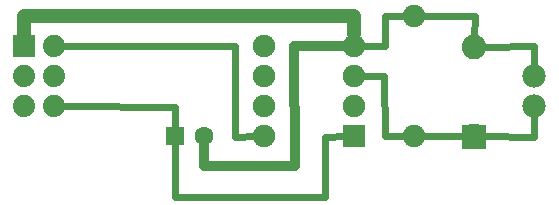
<source format=gtl>
G04 MADE WITH FRITZING*
G04 WWW.FRITZING.ORG*
G04 DOUBLE SIDED*
G04 HOLES PLATED*
G04 CONTOUR ON CENTER OF CONTOUR VECTOR*
%ASAXBY*%
%FSLAX23Y23*%
%MOIN*%
%OFA0B0*%
%SFA1.0B1.0*%
%ADD10C,0.075000*%
%ADD11C,0.082000*%
%ADD12C,0.062992*%
%ADD13C,0.078000*%
%ADD14C,0.074000*%
%ADD15R,0.082000X0.082000*%
%ADD16R,0.075000X0.075000*%
%ADD17R,0.062992X0.062992*%
%ADD18R,0.074000X0.074000*%
%ADD19C,0.024000*%
%ADD20C,0.032000*%
%ADD21C,0.048000*%
%LNCOPPER1*%
G90*
G70*
G54D10*
X1599Y303D03*
X1599Y703D03*
G54D11*
X1799Y303D03*
X1799Y601D03*
G54D10*
X1399Y305D03*
X1099Y305D03*
X1399Y405D03*
X1099Y405D03*
X1399Y505D03*
X1099Y505D03*
X1399Y605D03*
X1099Y605D03*
G54D12*
X801Y303D03*
X899Y303D03*
G54D13*
X1999Y503D03*
X1999Y403D03*
G54D14*
X399Y603D03*
X399Y503D03*
X399Y403D03*
X299Y603D03*
X299Y503D03*
X299Y403D03*
G54D15*
X1799Y302D03*
G54D16*
X1399Y305D03*
G54D17*
X801Y303D03*
G54D18*
X299Y603D03*
G54D19*
X800Y402D02*
X430Y403D01*
D02*
X801Y330D02*
X800Y402D01*
G54D20*
D02*
X899Y203D02*
X899Y270D01*
D02*
X1198Y604D02*
X1200Y204D01*
D02*
X1200Y204D02*
X899Y203D01*
D02*
X1365Y605D02*
X1198Y604D01*
G54D19*
D02*
X1300Y102D02*
X800Y102D01*
D02*
X800Y102D02*
X801Y276D01*
D02*
X1300Y302D02*
X1300Y102D01*
D02*
X1371Y304D02*
X1300Y302D01*
D02*
X1000Y604D02*
X430Y603D01*
D02*
X1000Y302D02*
X1000Y604D01*
D02*
X1071Y304D02*
X1000Y302D01*
G54D21*
D02*
X1398Y703D02*
X298Y703D01*
D02*
X298Y703D02*
X299Y645D01*
D02*
X1399Y645D02*
X1398Y703D01*
G54D19*
D02*
X1500Y603D02*
X1428Y604D01*
D02*
X1500Y703D02*
X1500Y603D01*
D02*
X1570Y703D02*
X1500Y703D01*
D02*
X1800Y703D02*
X1628Y703D01*
D02*
X1799Y633D02*
X1800Y703D01*
D02*
X1700Y304D02*
X1767Y303D01*
D02*
X1628Y303D02*
X1700Y304D01*
D02*
X1500Y304D02*
X1498Y505D01*
D02*
X1498Y505D02*
X1428Y505D01*
D02*
X1570Y303D02*
X1500Y304D01*
D02*
X1999Y604D02*
X1831Y601D01*
D02*
X1999Y533D02*
X1999Y604D01*
D02*
X1999Y302D02*
X1831Y303D01*
D02*
X1999Y373D02*
X1999Y302D01*
G04 End of Copper1*
M02*
</source>
